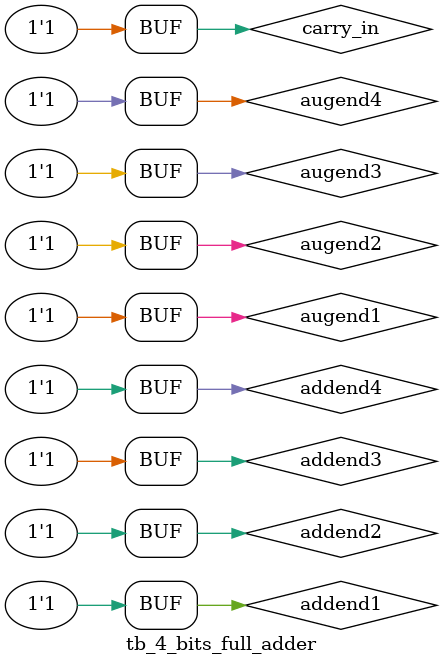
<source format=v>
`timescale 1ns/1ns
module tb_4_bits_full_adder();
    reg carry_in;
    reg augend1;
    reg augend2;
    reg augend3;
    reg augend4;

    reg addend1;
    reg addend2;
    reg addend3;
    reg addend4;

    wire sum1;
    wire sum2;
    wire sum3;
    wire sum4;

    wire carry_out;

bits4_full_adder UUT1(
    .carry_in(carry_in),
    .augend1(augend1),
    .augend2(augend2),
    .augend3(augend3),
    .augend4(augend4),

    .addend1(addend1),
    .addend2(addend2),
    .addend3(addend3),
    .addend4(addend4),

    .sum1(sum1),
    .sum2(sum2),
    .sum3(sum3),
    .sum4(sum4),

    .carry_out(carry_out)
);

initial begin
    {carry_in, augend4, augend3, augend2, augend1, addend4, addend3, addend2, addend1} = 9'b0_0000_0000; // zero test 
 #5 {carry_in, augend4, augend3, augend2, augend1, addend4, addend3, addend2, addend1} = 9'b0_0001_0001; // normal addition test
 #5 {carry_in, augend4, augend3, augend2, augend1, addend4, addend3, addend2, addend1} = 9'b1_0011_0011; // carry in test
 #5 {carry_in, augend4, augend3, augend2, augend1, addend4, addend3, addend2, addend1} = 9'b1_1111_1111; // maximum test


end
    
endmodule
</source>
